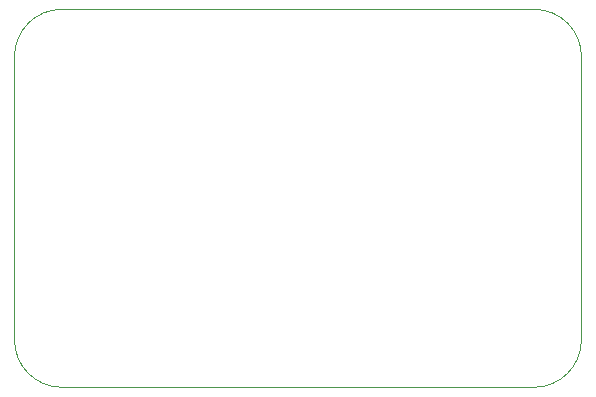
<source format=gm1>
G04 #@! TF.GenerationSoftware,KiCad,Pcbnew,(5.1.4)-1*
G04 #@! TF.CreationDate,2019-11-21T21:09:12-06:00*
G04 #@! TF.ProjectId,ElectromagnetLego,456c6563-7472-46f6-9d61-676e65744c65,rev?*
G04 #@! TF.SameCoordinates,Original*
G04 #@! TF.FileFunction,Profile,NP*
%FSLAX46Y46*%
G04 Gerber Fmt 4.6, Leading zero omitted, Abs format (unit mm)*
G04 Created by KiCad (PCBNEW (5.1.4)-1) date 2019-11-21 21:09:12*
%MOMM*%
%LPD*%
G04 APERTURE LIST*
%ADD10C,0.050000*%
G04 APERTURE END LIST*
D10*
X40000000Y28000000D02*
G75*
G02X44000000Y24000000I0J-4000000D01*
G01*
X44000000Y0D02*
G75*
G02X40000000Y-4000000I-4000000J0D01*
G01*
X0Y-4000000D02*
G75*
G02X-4000000Y0I0J4000000D01*
G01*
X-4000000Y24000000D02*
G75*
G02X0Y28000000I4000000J0D01*
G01*
X-4000000Y0D02*
X-4000000Y24000000D01*
X40000000Y-4000000D02*
X0Y-4000000D01*
X44000000Y24000000D02*
X44000000Y0D01*
X0Y28000000D02*
X40000000Y28000000D01*
M02*

</source>
